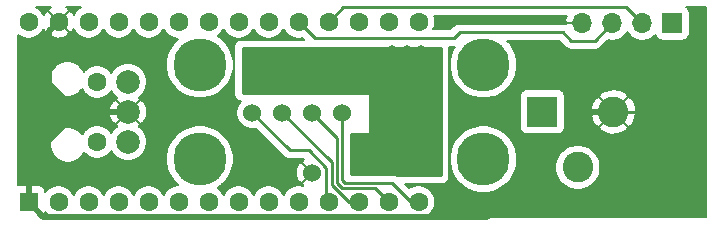
<source format=gbl>
G04 #@! TF.GenerationSoftware,KiCad,Pcbnew,(5.1.5-0-10_14)*
G04 #@! TF.CreationDate,2020-02-22T10:41:04+08:00*
G04 #@! TF.ProjectId,audio-board,61756469-6f2d-4626-9f61-72642e6b6963,rev?*
G04 #@! TF.SameCoordinates,Original*
G04 #@! TF.FileFunction,Copper,L2,Bot*
G04 #@! TF.FilePolarity,Positive*
%FSLAX46Y46*%
G04 Gerber Fmt 4.6, Leading zero omitted, Abs format (unit mm)*
G04 Created by KiCad (PCBNEW (5.1.5-0-10_14)) date 2020-02-22 10:41:04*
%MOMM*%
%LPD*%
G04 APERTURE LIST*
%ADD10C,2.000000*%
%ADD11C,1.600000*%
%ADD12C,1.524000*%
%ADD13R,1.600000X1.600000*%
%ADD14C,4.500000*%
%ADD15R,2.600000X2.600000*%
%ADD16C,2.600000*%
%ADD17R,1.700000X1.700000*%
%ADD18O,1.700000X1.700000*%
%ADD19C,0.800000*%
%ADD20C,0.500000*%
%ADD21C,0.250000*%
%ADD22C,0.200000*%
%ADD23C,0.254000*%
G04 APERTURE END LIST*
D10*
X122585000Y-96465000D03*
X122585000Y-99005000D03*
X122585000Y-101545000D03*
D11*
X119985000Y-96465000D03*
X119985000Y-101545000D03*
D12*
X140715000Y-99085000D03*
X138175000Y-99085000D03*
X135635000Y-99085000D03*
X133095000Y-99085000D03*
X138175000Y-104165000D03*
D11*
X147185000Y-91385000D03*
X147185000Y-106625000D03*
X144645000Y-91385000D03*
X142105000Y-91385000D03*
X139565000Y-91385000D03*
X137025000Y-91385000D03*
X134485000Y-91385000D03*
X131945000Y-91385000D03*
X129405000Y-91385000D03*
X126865000Y-91385000D03*
X124325000Y-91385000D03*
X121785000Y-91385000D03*
X119245000Y-91385000D03*
X116705000Y-91385000D03*
X114165000Y-91385000D03*
X144645000Y-106625000D03*
X142105000Y-106625000D03*
X139565000Y-106625000D03*
X137025000Y-106625000D03*
X134485000Y-106625000D03*
X131945000Y-106625000D03*
X129405000Y-106625000D03*
X126865000Y-106625000D03*
X124325000Y-106625000D03*
X121785000Y-106625000D03*
X119245000Y-106625000D03*
X116705000Y-106625000D03*
D13*
X114165000Y-106625000D03*
D14*
X128675000Y-95005000D03*
X128675000Y-103005000D03*
X152675000Y-95005000D03*
X152675000Y-103005000D03*
D15*
X157675000Y-99005000D03*
D16*
X163675000Y-99005000D03*
X160675000Y-103705000D03*
D17*
X168675000Y-91505000D03*
D18*
X166135000Y-91505000D03*
X163595000Y-91505000D03*
X161055000Y-91505000D03*
D19*
X169175000Y-100255000D03*
X144925000Y-93755000D03*
X146175000Y-93755000D03*
X147425000Y-93755000D03*
X146175000Y-101505000D03*
X144925000Y-94755000D03*
X146175000Y-94755000D03*
X146175000Y-100255000D03*
X147425000Y-94755000D03*
X146175000Y-95755000D03*
X146175000Y-97005000D03*
X146175000Y-98255000D03*
X147425000Y-98255000D03*
X147425000Y-97005000D03*
X147425000Y-95755000D03*
X144925000Y-95755000D03*
X144925000Y-97005000D03*
X144925000Y-98255000D03*
X146175000Y-99255000D03*
D20*
X115905001Y-96643003D02*
X115905001Y-92184999D01*
X118266998Y-99005000D02*
X115905001Y-96643003D01*
X115905001Y-92184999D02*
X116705000Y-91385000D01*
X122585000Y-99005000D02*
X118266998Y-99005000D01*
X114165000Y-103106998D02*
X114165000Y-106625000D01*
X118266998Y-99005000D02*
X114165000Y-103106998D01*
X115415001Y-107875001D02*
X114165000Y-106625000D01*
X152966522Y-107875001D02*
X115415001Y-107875001D01*
X161836523Y-99005000D02*
X152966522Y-107875001D01*
X163675000Y-99005000D02*
X161836523Y-99005000D01*
D21*
X167925000Y-99005000D02*
X169175000Y-100255000D01*
X163675000Y-99005000D02*
X167925000Y-99005000D01*
X164759999Y-90129999D02*
X166135000Y-91505000D01*
X140820001Y-90129999D02*
X164759999Y-90129999D01*
X139565000Y-91385000D02*
X140820001Y-90129999D01*
X162095000Y-93005000D02*
X163595000Y-91505000D01*
X160129998Y-93005000D02*
X162095000Y-93005000D01*
X137025000Y-91385000D02*
X138395000Y-92755000D01*
X150175000Y-92755000D02*
X150675000Y-92255000D01*
X159379998Y-92255000D02*
X160129998Y-93005000D01*
X150675000Y-92255000D02*
X159379998Y-92255000D01*
X138395000Y-92755000D02*
X150175000Y-92755000D01*
X146545000Y-106625000D02*
X147185000Y-106625000D01*
X144925000Y-105005000D02*
X146545000Y-106625000D01*
X140925000Y-105005000D02*
X144925000Y-105005000D01*
X140715000Y-104795000D02*
X140925000Y-105005000D01*
X140715000Y-99085000D02*
X140715000Y-104795000D01*
X140264989Y-101174989D02*
X140264989Y-104981400D01*
X143475011Y-105455011D02*
X143845001Y-105825001D01*
X143845001Y-105825001D02*
X144645000Y-106625000D01*
X138175000Y-99085000D02*
X140264989Y-101174989D01*
X140738600Y-105455011D02*
X143475011Y-105455011D01*
X140264989Y-104981400D02*
X140738600Y-105455011D01*
X139814978Y-105167800D02*
X141272178Y-106625000D01*
X141272178Y-106625000D02*
X142105000Y-106625000D01*
X135635000Y-99085000D02*
X139814978Y-103264978D01*
X139814978Y-103264978D02*
X139814978Y-105167800D01*
X139364967Y-103746205D02*
X139364967Y-106424967D01*
X133095000Y-99085000D02*
X136265000Y-102255000D01*
X136265000Y-102255000D02*
X137873762Y-102255000D01*
X139364967Y-106424967D02*
X139565000Y-106625000D01*
X137873762Y-102255000D02*
X139364967Y-103746205D01*
D22*
G36*
X171542001Y-107872000D02*
G01*
X147853066Y-107872000D01*
X148082548Y-107718665D01*
X148278665Y-107522548D01*
X148432754Y-107291938D01*
X148538892Y-107035699D01*
X148593000Y-106763676D01*
X148593000Y-106486324D01*
X148538892Y-106214301D01*
X148432754Y-105958062D01*
X148278665Y-105727452D01*
X148082548Y-105531335D01*
X147851938Y-105377246D01*
X147595699Y-105271108D01*
X147323676Y-105217000D01*
X147046324Y-105217000D01*
X146774301Y-105271108D01*
X146518062Y-105377246D01*
X146407643Y-105451025D01*
X146069618Y-105113000D01*
X149175000Y-105113000D01*
X149293615Y-105101317D01*
X149407672Y-105066719D01*
X149512787Y-105010534D01*
X149604921Y-104934921D01*
X149680534Y-104842787D01*
X149736719Y-104737672D01*
X149771317Y-104623615D01*
X149783000Y-104505000D01*
X149783000Y-102723512D01*
X149817000Y-102723512D01*
X149817000Y-103286488D01*
X149926831Y-103838648D01*
X150142273Y-104358771D01*
X150455046Y-104826869D01*
X150853131Y-105224954D01*
X151321229Y-105537727D01*
X151841352Y-105753169D01*
X152393512Y-105863000D01*
X152956488Y-105863000D01*
X153508648Y-105753169D01*
X154028771Y-105537727D01*
X154496869Y-105224954D01*
X154894954Y-104826869D01*
X155207727Y-104358771D01*
X155423169Y-103838648D01*
X155487132Y-103517078D01*
X158767000Y-103517078D01*
X158767000Y-103892922D01*
X158840323Y-104261543D01*
X158984152Y-104608777D01*
X159192960Y-104921279D01*
X159458721Y-105187040D01*
X159771223Y-105395848D01*
X160118457Y-105539677D01*
X160487078Y-105613000D01*
X160862922Y-105613000D01*
X161231543Y-105539677D01*
X161578777Y-105395848D01*
X161891279Y-105187040D01*
X162157040Y-104921279D01*
X162365848Y-104608777D01*
X162509677Y-104261543D01*
X162583000Y-103892922D01*
X162583000Y-103517078D01*
X162509677Y-103148457D01*
X162365848Y-102801223D01*
X162157040Y-102488721D01*
X161891279Y-102222960D01*
X161578777Y-102014152D01*
X161231543Y-101870323D01*
X160862922Y-101797000D01*
X160487078Y-101797000D01*
X160118457Y-101870323D01*
X159771223Y-102014152D01*
X159458721Y-102222960D01*
X159192960Y-102488721D01*
X158984152Y-102801223D01*
X158840323Y-103148457D01*
X158767000Y-103517078D01*
X155487132Y-103517078D01*
X155533000Y-103286488D01*
X155533000Y-102723512D01*
X155423169Y-102171352D01*
X155207727Y-101651229D01*
X154894954Y-101183131D01*
X154496869Y-100785046D01*
X154028771Y-100472273D01*
X153508648Y-100256831D01*
X152956488Y-100147000D01*
X152393512Y-100147000D01*
X151841352Y-100256831D01*
X151321229Y-100472273D01*
X150853131Y-100785046D01*
X150455046Y-101183131D01*
X150142273Y-101651229D01*
X149926831Y-102171352D01*
X149817000Y-102723512D01*
X149783000Y-102723512D01*
X149783000Y-93505000D01*
X149781326Y-93488000D01*
X150138998Y-93488000D01*
X150175000Y-93491546D01*
X150254181Y-93483747D01*
X150142273Y-93651229D01*
X149926831Y-94171352D01*
X149817000Y-94723512D01*
X149817000Y-95286488D01*
X149926831Y-95838648D01*
X150142273Y-96358771D01*
X150455046Y-96826869D01*
X150853131Y-97224954D01*
X151321229Y-97537727D01*
X151841352Y-97753169D01*
X152393512Y-97863000D01*
X152956488Y-97863000D01*
X153508648Y-97753169D01*
X153624938Y-97705000D01*
X155764059Y-97705000D01*
X155764059Y-100305000D01*
X155775798Y-100424189D01*
X155810564Y-100538797D01*
X155867021Y-100644421D01*
X155942999Y-100737001D01*
X156035579Y-100812979D01*
X156141203Y-100869436D01*
X156255811Y-100904202D01*
X156375000Y-100915941D01*
X158975000Y-100915941D01*
X159094189Y-100904202D01*
X159208797Y-100869436D01*
X159314421Y-100812979D01*
X159407001Y-100737001D01*
X159482979Y-100644421D01*
X159539436Y-100538797D01*
X159574202Y-100424189D01*
X159585941Y-100305000D01*
X159585941Y-100253561D01*
X162427146Y-100253561D01*
X162548484Y-100556367D01*
X162872787Y-100746330D01*
X163227918Y-100869375D01*
X163600229Y-100920773D01*
X163975414Y-100898549D01*
X164339055Y-100803557D01*
X164677176Y-100639447D01*
X164801516Y-100556367D01*
X164922854Y-100253561D01*
X163675000Y-99005707D01*
X162427146Y-100253561D01*
X159585941Y-100253561D01*
X159585941Y-98930229D01*
X161759227Y-98930229D01*
X161781451Y-99305414D01*
X161876443Y-99669055D01*
X162040553Y-100007176D01*
X162123633Y-100131516D01*
X162426439Y-100252854D01*
X163674293Y-99005000D01*
X163675707Y-99005000D01*
X164923561Y-100252854D01*
X165226367Y-100131516D01*
X165416330Y-99807213D01*
X165539375Y-99452082D01*
X165590773Y-99079771D01*
X165568549Y-98704586D01*
X165473557Y-98340945D01*
X165309447Y-98002824D01*
X165226367Y-97878484D01*
X164923561Y-97757146D01*
X163675707Y-99005000D01*
X163674293Y-99005000D01*
X162426439Y-97757146D01*
X162123633Y-97878484D01*
X161933670Y-98202787D01*
X161810625Y-98557918D01*
X161759227Y-98930229D01*
X159585941Y-98930229D01*
X159585941Y-97756439D01*
X162427146Y-97756439D01*
X163675000Y-99004293D01*
X164922854Y-97756439D01*
X164801516Y-97453633D01*
X164477213Y-97263670D01*
X164122082Y-97140625D01*
X163749771Y-97089227D01*
X163374586Y-97111451D01*
X163010945Y-97206443D01*
X162672824Y-97370553D01*
X162548484Y-97453633D01*
X162427146Y-97756439D01*
X159585941Y-97756439D01*
X159585941Y-97705000D01*
X159574202Y-97585811D01*
X159539436Y-97471203D01*
X159482979Y-97365579D01*
X159407001Y-97272999D01*
X159314421Y-97197021D01*
X159208797Y-97140564D01*
X159094189Y-97105798D01*
X158975000Y-97094059D01*
X156375000Y-97094059D01*
X156255811Y-97105798D01*
X156141203Y-97140564D01*
X156035579Y-97197021D01*
X155942999Y-97272999D01*
X155867021Y-97365579D01*
X155810564Y-97471203D01*
X155775798Y-97585811D01*
X155764059Y-97705000D01*
X153624938Y-97705000D01*
X154028771Y-97537727D01*
X154496869Y-97224954D01*
X154894954Y-96826869D01*
X155207727Y-96358771D01*
X155423169Y-95838648D01*
X155533000Y-95286488D01*
X155533000Y-94723512D01*
X155423169Y-94171352D01*
X155207727Y-93651229D01*
X154894954Y-93183131D01*
X154699823Y-92988000D01*
X159076380Y-92988000D01*
X159586229Y-93497850D01*
X159609181Y-93525817D01*
X159720795Y-93617416D01*
X159848134Y-93685480D01*
X159944391Y-93714679D01*
X159986304Y-93727393D01*
X160129997Y-93741546D01*
X160165999Y-93738000D01*
X162058998Y-93738000D01*
X162095000Y-93741546D01*
X162238693Y-93727393D01*
X162376864Y-93685480D01*
X162504203Y-93617416D01*
X162615817Y-93525817D01*
X162638773Y-93497845D01*
X163219705Y-92916913D01*
X163451399Y-92963000D01*
X163738601Y-92963000D01*
X164020283Y-92906970D01*
X164285622Y-92797063D01*
X164524421Y-92637503D01*
X164727503Y-92434421D01*
X164865000Y-92228642D01*
X165002497Y-92434421D01*
X165205579Y-92637503D01*
X165444378Y-92797063D01*
X165709717Y-92906970D01*
X165991399Y-92963000D01*
X166278601Y-92963000D01*
X166560283Y-92906970D01*
X166825622Y-92797063D01*
X167064421Y-92637503D01*
X167226249Y-92475675D01*
X167260564Y-92588797D01*
X167317021Y-92694421D01*
X167392999Y-92787001D01*
X167485579Y-92862979D01*
X167591203Y-92919436D01*
X167705811Y-92954202D01*
X167825000Y-92965941D01*
X169525000Y-92965941D01*
X169644189Y-92954202D01*
X169758797Y-92919436D01*
X169864421Y-92862979D01*
X169957001Y-92787001D01*
X170032979Y-92694421D01*
X170089436Y-92588797D01*
X170124202Y-92474189D01*
X170135941Y-92355000D01*
X170135941Y-90655000D01*
X170124202Y-90535811D01*
X170089436Y-90421203D01*
X170032979Y-90315579D01*
X169957001Y-90222999D01*
X169864421Y-90147021D01*
X169847544Y-90138000D01*
X171542000Y-90138000D01*
X171542001Y-107872000D01*
G37*
X171542001Y-107872000D02*
X147853066Y-107872000D01*
X148082548Y-107718665D01*
X148278665Y-107522548D01*
X148432754Y-107291938D01*
X148538892Y-107035699D01*
X148593000Y-106763676D01*
X148593000Y-106486324D01*
X148538892Y-106214301D01*
X148432754Y-105958062D01*
X148278665Y-105727452D01*
X148082548Y-105531335D01*
X147851938Y-105377246D01*
X147595699Y-105271108D01*
X147323676Y-105217000D01*
X147046324Y-105217000D01*
X146774301Y-105271108D01*
X146518062Y-105377246D01*
X146407643Y-105451025D01*
X146069618Y-105113000D01*
X149175000Y-105113000D01*
X149293615Y-105101317D01*
X149407672Y-105066719D01*
X149512787Y-105010534D01*
X149604921Y-104934921D01*
X149680534Y-104842787D01*
X149736719Y-104737672D01*
X149771317Y-104623615D01*
X149783000Y-104505000D01*
X149783000Y-102723512D01*
X149817000Y-102723512D01*
X149817000Y-103286488D01*
X149926831Y-103838648D01*
X150142273Y-104358771D01*
X150455046Y-104826869D01*
X150853131Y-105224954D01*
X151321229Y-105537727D01*
X151841352Y-105753169D01*
X152393512Y-105863000D01*
X152956488Y-105863000D01*
X153508648Y-105753169D01*
X154028771Y-105537727D01*
X154496869Y-105224954D01*
X154894954Y-104826869D01*
X155207727Y-104358771D01*
X155423169Y-103838648D01*
X155487132Y-103517078D01*
X158767000Y-103517078D01*
X158767000Y-103892922D01*
X158840323Y-104261543D01*
X158984152Y-104608777D01*
X159192960Y-104921279D01*
X159458721Y-105187040D01*
X159771223Y-105395848D01*
X160118457Y-105539677D01*
X160487078Y-105613000D01*
X160862922Y-105613000D01*
X161231543Y-105539677D01*
X161578777Y-105395848D01*
X161891279Y-105187040D01*
X162157040Y-104921279D01*
X162365848Y-104608777D01*
X162509677Y-104261543D01*
X162583000Y-103892922D01*
X162583000Y-103517078D01*
X162509677Y-103148457D01*
X162365848Y-102801223D01*
X162157040Y-102488721D01*
X161891279Y-102222960D01*
X161578777Y-102014152D01*
X161231543Y-101870323D01*
X160862922Y-101797000D01*
X160487078Y-101797000D01*
X160118457Y-101870323D01*
X159771223Y-102014152D01*
X159458721Y-102222960D01*
X159192960Y-102488721D01*
X158984152Y-102801223D01*
X158840323Y-103148457D01*
X158767000Y-103517078D01*
X155487132Y-103517078D01*
X155533000Y-103286488D01*
X155533000Y-102723512D01*
X155423169Y-102171352D01*
X155207727Y-101651229D01*
X154894954Y-101183131D01*
X154496869Y-100785046D01*
X154028771Y-100472273D01*
X153508648Y-100256831D01*
X152956488Y-100147000D01*
X152393512Y-100147000D01*
X151841352Y-100256831D01*
X151321229Y-100472273D01*
X150853131Y-100785046D01*
X150455046Y-101183131D01*
X150142273Y-101651229D01*
X149926831Y-102171352D01*
X149817000Y-102723512D01*
X149783000Y-102723512D01*
X149783000Y-93505000D01*
X149781326Y-93488000D01*
X150138998Y-93488000D01*
X150175000Y-93491546D01*
X150254181Y-93483747D01*
X150142273Y-93651229D01*
X149926831Y-94171352D01*
X149817000Y-94723512D01*
X149817000Y-95286488D01*
X149926831Y-95838648D01*
X150142273Y-96358771D01*
X150455046Y-96826869D01*
X150853131Y-97224954D01*
X151321229Y-97537727D01*
X151841352Y-97753169D01*
X152393512Y-97863000D01*
X152956488Y-97863000D01*
X153508648Y-97753169D01*
X153624938Y-97705000D01*
X155764059Y-97705000D01*
X155764059Y-100305000D01*
X155775798Y-100424189D01*
X155810564Y-100538797D01*
X155867021Y-100644421D01*
X155942999Y-100737001D01*
X156035579Y-100812979D01*
X156141203Y-100869436D01*
X156255811Y-100904202D01*
X156375000Y-100915941D01*
X158975000Y-100915941D01*
X159094189Y-100904202D01*
X159208797Y-100869436D01*
X159314421Y-100812979D01*
X159407001Y-100737001D01*
X159482979Y-100644421D01*
X159539436Y-100538797D01*
X159574202Y-100424189D01*
X159585941Y-100305000D01*
X159585941Y-100253561D01*
X162427146Y-100253561D01*
X162548484Y-100556367D01*
X162872787Y-100746330D01*
X163227918Y-100869375D01*
X163600229Y-100920773D01*
X163975414Y-100898549D01*
X164339055Y-100803557D01*
X164677176Y-100639447D01*
X164801516Y-100556367D01*
X164922854Y-100253561D01*
X163675000Y-99005707D01*
X162427146Y-100253561D01*
X159585941Y-100253561D01*
X159585941Y-98930229D01*
X161759227Y-98930229D01*
X161781451Y-99305414D01*
X161876443Y-99669055D01*
X162040553Y-100007176D01*
X162123633Y-100131516D01*
X162426439Y-100252854D01*
X163674293Y-99005000D01*
X163675707Y-99005000D01*
X164923561Y-100252854D01*
X165226367Y-100131516D01*
X165416330Y-99807213D01*
X165539375Y-99452082D01*
X165590773Y-99079771D01*
X165568549Y-98704586D01*
X165473557Y-98340945D01*
X165309447Y-98002824D01*
X165226367Y-97878484D01*
X164923561Y-97757146D01*
X163675707Y-99005000D01*
X163674293Y-99005000D01*
X162426439Y-97757146D01*
X162123633Y-97878484D01*
X161933670Y-98202787D01*
X161810625Y-98557918D01*
X161759227Y-98930229D01*
X159585941Y-98930229D01*
X159585941Y-97756439D01*
X162427146Y-97756439D01*
X163675000Y-99004293D01*
X164922854Y-97756439D01*
X164801516Y-97453633D01*
X164477213Y-97263670D01*
X164122082Y-97140625D01*
X163749771Y-97089227D01*
X163374586Y-97111451D01*
X163010945Y-97206443D01*
X162672824Y-97370553D01*
X162548484Y-97453633D01*
X162427146Y-97756439D01*
X159585941Y-97756439D01*
X159585941Y-97705000D01*
X159574202Y-97585811D01*
X159539436Y-97471203D01*
X159482979Y-97365579D01*
X159407001Y-97272999D01*
X159314421Y-97197021D01*
X159208797Y-97140564D01*
X159094189Y-97105798D01*
X158975000Y-97094059D01*
X156375000Y-97094059D01*
X156255811Y-97105798D01*
X156141203Y-97140564D01*
X156035579Y-97197021D01*
X155942999Y-97272999D01*
X155867021Y-97365579D01*
X155810564Y-97471203D01*
X155775798Y-97585811D01*
X155764059Y-97705000D01*
X153624938Y-97705000D01*
X154028771Y-97537727D01*
X154496869Y-97224954D01*
X154894954Y-96826869D01*
X155207727Y-96358771D01*
X155423169Y-95838648D01*
X155533000Y-95286488D01*
X155533000Y-94723512D01*
X155423169Y-94171352D01*
X155207727Y-93651229D01*
X154894954Y-93183131D01*
X154699823Y-92988000D01*
X159076380Y-92988000D01*
X159586229Y-93497850D01*
X159609181Y-93525817D01*
X159720795Y-93617416D01*
X159848134Y-93685480D01*
X159944391Y-93714679D01*
X159986304Y-93727393D01*
X160129997Y-93741546D01*
X160165999Y-93738000D01*
X162058998Y-93738000D01*
X162095000Y-93741546D01*
X162238693Y-93727393D01*
X162376864Y-93685480D01*
X162504203Y-93617416D01*
X162615817Y-93525817D01*
X162638773Y-93497845D01*
X163219705Y-92916913D01*
X163451399Y-92963000D01*
X163738601Y-92963000D01*
X164020283Y-92906970D01*
X164285622Y-92797063D01*
X164524421Y-92637503D01*
X164727503Y-92434421D01*
X164865000Y-92228642D01*
X165002497Y-92434421D01*
X165205579Y-92637503D01*
X165444378Y-92797063D01*
X165709717Y-92906970D01*
X165991399Y-92963000D01*
X166278601Y-92963000D01*
X166560283Y-92906970D01*
X166825622Y-92797063D01*
X167064421Y-92637503D01*
X167226249Y-92475675D01*
X167260564Y-92588797D01*
X167317021Y-92694421D01*
X167392999Y-92787001D01*
X167485579Y-92862979D01*
X167591203Y-92919436D01*
X167705811Y-92954202D01*
X167825000Y-92965941D01*
X169525000Y-92965941D01*
X169644189Y-92954202D01*
X169758797Y-92919436D01*
X169864421Y-92862979D01*
X169957001Y-92787001D01*
X170032979Y-92694421D01*
X170089436Y-92588797D01*
X170124202Y-92474189D01*
X170135941Y-92355000D01*
X170135941Y-90655000D01*
X170124202Y-90535811D01*
X170089436Y-90421203D01*
X170032979Y-90315579D01*
X169957001Y-90222999D01*
X169864421Y-90147021D01*
X169847544Y-90138000D01*
X171542000Y-90138000D01*
X171542001Y-107872000D01*
G36*
X115611335Y-107522548D02*
G01*
X115807452Y-107718665D01*
X116036934Y-107872000D01*
X115378725Y-107872000D01*
X115397001Y-107857001D01*
X115472980Y-107764421D01*
X115529437Y-107658797D01*
X115564203Y-107544189D01*
X115572115Y-107463852D01*
X115611335Y-107522548D01*
G37*
X115611335Y-107522548D02*
X115807452Y-107718665D01*
X116036934Y-107872000D01*
X115378725Y-107872000D01*
X115397001Y-107857001D01*
X115472980Y-107764421D01*
X115529437Y-107658797D01*
X115564203Y-107544189D01*
X115572115Y-107463852D01*
X115611335Y-107522548D01*
G36*
X115965337Y-90178935D02*
G01*
X115873798Y-90240099D01*
X115812410Y-90491703D01*
X116705000Y-91384293D01*
X117597590Y-90491703D01*
X117536202Y-90240099D01*
X117361864Y-90138000D01*
X118576934Y-90138000D01*
X118347452Y-90291335D01*
X118151335Y-90487452D01*
X117997246Y-90718062D01*
X117973823Y-90774609D01*
X117911065Y-90645337D01*
X117849901Y-90553798D01*
X117598297Y-90492410D01*
X116705707Y-91385000D01*
X117598297Y-92277590D01*
X117849901Y-92216202D01*
X117976057Y-92000784D01*
X117997246Y-92051938D01*
X118151335Y-92282548D01*
X118347452Y-92478665D01*
X118578062Y-92632754D01*
X118834301Y-92738892D01*
X119106324Y-92793000D01*
X119383676Y-92793000D01*
X119655699Y-92738892D01*
X119911938Y-92632754D01*
X120142548Y-92478665D01*
X120338665Y-92282548D01*
X120492754Y-92051938D01*
X120515000Y-91998232D01*
X120537246Y-92051938D01*
X120691335Y-92282548D01*
X120887452Y-92478665D01*
X121118062Y-92632754D01*
X121374301Y-92738892D01*
X121646324Y-92793000D01*
X121923676Y-92793000D01*
X122195699Y-92738892D01*
X122451938Y-92632754D01*
X122682548Y-92478665D01*
X122878665Y-92282548D01*
X123032754Y-92051938D01*
X123055000Y-91998232D01*
X123077246Y-92051938D01*
X123231335Y-92282548D01*
X123427452Y-92478665D01*
X123658062Y-92632754D01*
X123914301Y-92738892D01*
X124186324Y-92793000D01*
X124463676Y-92793000D01*
X124735699Y-92738892D01*
X124991938Y-92632754D01*
X125222548Y-92478665D01*
X125418665Y-92282548D01*
X125572754Y-92051938D01*
X125595000Y-91998232D01*
X125617246Y-92051938D01*
X125771335Y-92282548D01*
X125967452Y-92478665D01*
X126198062Y-92632754D01*
X126454301Y-92738892D01*
X126726324Y-92793000D01*
X126845177Y-92793000D01*
X126455046Y-93183131D01*
X126142273Y-93651229D01*
X125926831Y-94171352D01*
X125817000Y-94723512D01*
X125817000Y-95286488D01*
X125926831Y-95838648D01*
X126142273Y-96358771D01*
X126455046Y-96826869D01*
X126853131Y-97224954D01*
X127321229Y-97537727D01*
X127841352Y-97753169D01*
X128393512Y-97863000D01*
X128956488Y-97863000D01*
X129508648Y-97753169D01*
X130028771Y-97537727D01*
X130496869Y-97224954D01*
X130894954Y-96826869D01*
X131207727Y-96358771D01*
X131423169Y-95838648D01*
X131533000Y-95286488D01*
X131533000Y-94723512D01*
X131423169Y-94171352D01*
X131207727Y-93651229D01*
X130894954Y-93183131D01*
X130496869Y-92785046D01*
X130170443Y-92566935D01*
X130302548Y-92478665D01*
X130498665Y-92282548D01*
X130652754Y-92051938D01*
X130675000Y-91998232D01*
X130697246Y-92051938D01*
X130851335Y-92282548D01*
X131047452Y-92478665D01*
X131278062Y-92632754D01*
X131534301Y-92738892D01*
X131806324Y-92793000D01*
X132083676Y-92793000D01*
X132355699Y-92738892D01*
X132611938Y-92632754D01*
X132842548Y-92478665D01*
X133038665Y-92282548D01*
X133192754Y-92051938D01*
X133215000Y-91998232D01*
X133237246Y-92051938D01*
X133391335Y-92282548D01*
X133587452Y-92478665D01*
X133818062Y-92632754D01*
X134074301Y-92738892D01*
X134346324Y-92793000D01*
X134623676Y-92793000D01*
X134895699Y-92738892D01*
X135151938Y-92632754D01*
X135382548Y-92478665D01*
X135578665Y-92282548D01*
X135732754Y-92051938D01*
X135755000Y-91998232D01*
X135777246Y-92051938D01*
X135931335Y-92282548D01*
X136127452Y-92478665D01*
X136358062Y-92632754D01*
X136614301Y-92738892D01*
X136886324Y-92793000D01*
X137163676Y-92793000D01*
X137357774Y-92754392D01*
X137500382Y-92897000D01*
X132175000Y-92897000D01*
X132056385Y-92908683D01*
X131942328Y-92943281D01*
X131837213Y-92999466D01*
X131745079Y-93075079D01*
X131669466Y-93167213D01*
X131613281Y-93272328D01*
X131578683Y-93386385D01*
X131567000Y-93505000D01*
X131567000Y-97505000D01*
X131578683Y-97623615D01*
X131613281Y-97737672D01*
X131669466Y-97842787D01*
X131745079Y-97934921D01*
X131837213Y-98010534D01*
X131942328Y-98066719D01*
X132056385Y-98101317D01*
X132133604Y-98108923D01*
X132030851Y-98211676D01*
X131880922Y-98436062D01*
X131777648Y-98685386D01*
X131725000Y-98950067D01*
X131725000Y-99219933D01*
X131777648Y-99484614D01*
X131880922Y-99733938D01*
X132030851Y-99958324D01*
X132221676Y-100149149D01*
X132446062Y-100299078D01*
X132695386Y-100402352D01*
X132960067Y-100455000D01*
X133229933Y-100455000D01*
X133395457Y-100422075D01*
X135721232Y-102747851D01*
X135744183Y-102775817D01*
X135855797Y-102867416D01*
X135983136Y-102935480D01*
X136079393Y-102964679D01*
X136121306Y-102977393D01*
X136265000Y-102991546D01*
X136301002Y-102988000D01*
X137462482Y-102988000D01*
X137455287Y-102991493D01*
X137366242Y-103050990D01*
X137309410Y-103298703D01*
X138175000Y-104164293D01*
X138189143Y-104150151D01*
X138189850Y-104150858D01*
X138175707Y-104165000D01*
X138189850Y-104179143D01*
X138189143Y-104179850D01*
X138175000Y-104165707D01*
X137309410Y-105031297D01*
X137361021Y-105256254D01*
X137163676Y-105217000D01*
X136886324Y-105217000D01*
X136614301Y-105271108D01*
X136358062Y-105377246D01*
X136127452Y-105531335D01*
X135931335Y-105727452D01*
X135777246Y-105958062D01*
X135755000Y-106011768D01*
X135732754Y-105958062D01*
X135578665Y-105727452D01*
X135382548Y-105531335D01*
X135151938Y-105377246D01*
X134895699Y-105271108D01*
X134623676Y-105217000D01*
X134346324Y-105217000D01*
X134074301Y-105271108D01*
X133818062Y-105377246D01*
X133587452Y-105531335D01*
X133391335Y-105727452D01*
X133237246Y-105958062D01*
X133215000Y-106011768D01*
X133192754Y-105958062D01*
X133038665Y-105727452D01*
X132842548Y-105531335D01*
X132611938Y-105377246D01*
X132355699Y-105271108D01*
X132083676Y-105217000D01*
X131806324Y-105217000D01*
X131534301Y-105271108D01*
X131278062Y-105377246D01*
X131047452Y-105531335D01*
X130851335Y-105727452D01*
X130697246Y-105958062D01*
X130675000Y-106011768D01*
X130652754Y-105958062D01*
X130498665Y-105727452D01*
X130302548Y-105531335D01*
X130170443Y-105443065D01*
X130496869Y-105224954D01*
X130894954Y-104826869D01*
X131207727Y-104358771D01*
X131310169Y-104111454D01*
X136799413Y-104111454D01*
X136815398Y-104380846D01*
X136883633Y-104641944D01*
X137001493Y-104884713D01*
X137060990Y-104973758D01*
X137308703Y-105030590D01*
X138174293Y-104165000D01*
X137308703Y-103299410D01*
X137060990Y-103356242D01*
X136924615Y-103589115D01*
X136836291Y-103844118D01*
X136799413Y-104111454D01*
X131310169Y-104111454D01*
X131423169Y-103838648D01*
X131533000Y-103286488D01*
X131533000Y-102723512D01*
X131423169Y-102171352D01*
X131207727Y-101651229D01*
X130894954Y-101183131D01*
X130496869Y-100785046D01*
X130028771Y-100472273D01*
X129508648Y-100256831D01*
X128956488Y-100147000D01*
X128393512Y-100147000D01*
X127841352Y-100256831D01*
X127321229Y-100472273D01*
X126853131Y-100785046D01*
X126455046Y-101183131D01*
X126142273Y-101651229D01*
X125926831Y-102171352D01*
X125817000Y-102723512D01*
X125817000Y-103286488D01*
X125926831Y-103838648D01*
X126142273Y-104358771D01*
X126455046Y-104826869D01*
X126845177Y-105217000D01*
X126726324Y-105217000D01*
X126454301Y-105271108D01*
X126198062Y-105377246D01*
X125967452Y-105531335D01*
X125771335Y-105727452D01*
X125617246Y-105958062D01*
X125595000Y-106011768D01*
X125572754Y-105958062D01*
X125418665Y-105727452D01*
X125222548Y-105531335D01*
X124991938Y-105377246D01*
X124735699Y-105271108D01*
X124463676Y-105217000D01*
X124186324Y-105217000D01*
X123914301Y-105271108D01*
X123658062Y-105377246D01*
X123427452Y-105531335D01*
X123231335Y-105727452D01*
X123077246Y-105958062D01*
X123055000Y-106011768D01*
X123032754Y-105958062D01*
X122878665Y-105727452D01*
X122682548Y-105531335D01*
X122451938Y-105377246D01*
X122195699Y-105271108D01*
X121923676Y-105217000D01*
X121646324Y-105217000D01*
X121374301Y-105271108D01*
X121118062Y-105377246D01*
X120887452Y-105531335D01*
X120691335Y-105727452D01*
X120537246Y-105958062D01*
X120515000Y-106011768D01*
X120492754Y-105958062D01*
X120338665Y-105727452D01*
X120142548Y-105531335D01*
X119911938Y-105377246D01*
X119655699Y-105271108D01*
X119383676Y-105217000D01*
X119106324Y-105217000D01*
X118834301Y-105271108D01*
X118578062Y-105377246D01*
X118347452Y-105531335D01*
X118151335Y-105727452D01*
X117997246Y-105958062D01*
X117975000Y-106011768D01*
X117952754Y-105958062D01*
X117798665Y-105727452D01*
X117602548Y-105531335D01*
X117371938Y-105377246D01*
X117115699Y-105271108D01*
X116843676Y-105217000D01*
X116566324Y-105217000D01*
X116294301Y-105271108D01*
X116038062Y-105377246D01*
X115807452Y-105531335D01*
X115611335Y-105727452D01*
X115572115Y-105786148D01*
X115564203Y-105705811D01*
X115529437Y-105591203D01*
X115472980Y-105485579D01*
X115397001Y-105392999D01*
X115304421Y-105317020D01*
X115198797Y-105260563D01*
X115084189Y-105225797D01*
X114965000Y-105214058D01*
X114317500Y-105217000D01*
X114165500Y-105369000D01*
X114165500Y-106624500D01*
X114185500Y-106624500D01*
X114185500Y-106625500D01*
X114165500Y-106625500D01*
X114165500Y-106645500D01*
X114164500Y-106645500D01*
X114164500Y-106625500D01*
X114144500Y-106625500D01*
X114144500Y-106624500D01*
X114164500Y-106624500D01*
X114164500Y-105369000D01*
X114012500Y-105217000D01*
X113365000Y-105214058D01*
X113308000Y-105219672D01*
X113308000Y-101656475D01*
X115997000Y-101656475D01*
X115997000Y-101953525D01*
X116054951Y-102244868D01*
X116168627Y-102519306D01*
X116333660Y-102766294D01*
X116543706Y-102976340D01*
X116790694Y-103141373D01*
X117065132Y-103255049D01*
X117356475Y-103313000D01*
X117653525Y-103313000D01*
X117944868Y-103255049D01*
X118219306Y-103141373D01*
X118466294Y-102976340D01*
X118676340Y-102766294D01*
X118841373Y-102519306D01*
X118880120Y-102425763D01*
X118891335Y-102442548D01*
X119087452Y-102638665D01*
X119318062Y-102792754D01*
X119574301Y-102898892D01*
X119846324Y-102953000D01*
X120123676Y-102953000D01*
X120395699Y-102898892D01*
X120651938Y-102792754D01*
X120882548Y-102638665D01*
X121078665Y-102442548D01*
X121164731Y-102313741D01*
X121335985Y-102570040D01*
X121559960Y-102794015D01*
X121823327Y-102969991D01*
X122115964Y-103091205D01*
X122426626Y-103153000D01*
X122743374Y-103153000D01*
X123054036Y-103091205D01*
X123346673Y-102969991D01*
X123610040Y-102794015D01*
X123834015Y-102570040D01*
X124009991Y-102306673D01*
X124131205Y-102014036D01*
X124193000Y-101703374D01*
X124193000Y-101386626D01*
X124131205Y-101075964D01*
X124009991Y-100783327D01*
X123834015Y-100519960D01*
X123610040Y-100295985D01*
X123551729Y-100257023D01*
X123619695Y-100040402D01*
X122585000Y-99005707D01*
X121550305Y-100040402D01*
X121618271Y-100257023D01*
X121559960Y-100295985D01*
X121335985Y-100519960D01*
X121164731Y-100776259D01*
X121078665Y-100647452D01*
X120882548Y-100451335D01*
X120651938Y-100297246D01*
X120395699Y-100191108D01*
X120123676Y-100137000D01*
X119846324Y-100137000D01*
X119574301Y-100191108D01*
X119318062Y-100297246D01*
X119087452Y-100451335D01*
X118891335Y-100647452D01*
X118737246Y-100878062D01*
X118722723Y-100913123D01*
X118676340Y-100843706D01*
X118466294Y-100633660D01*
X118219306Y-100468627D01*
X117944868Y-100354951D01*
X117653525Y-100297000D01*
X117356475Y-100297000D01*
X117065132Y-100354951D01*
X116790694Y-100468627D01*
X116543706Y-100633660D01*
X116333660Y-100843706D01*
X116168627Y-101090694D01*
X116054951Y-101365132D01*
X115997000Y-101656475D01*
X113308000Y-101656475D01*
X113308000Y-98942065D01*
X120970445Y-98942065D01*
X120989191Y-99258258D01*
X121069262Y-99564718D01*
X121207582Y-99849669D01*
X121277512Y-99954327D01*
X121549598Y-100039695D01*
X122584293Y-99005000D01*
X122585707Y-99005000D01*
X123620402Y-100039695D01*
X123892488Y-99954327D01*
X124052570Y-99681008D01*
X124156253Y-99381710D01*
X124199555Y-99067935D01*
X124180809Y-98751742D01*
X124100738Y-98445282D01*
X123962418Y-98160331D01*
X123892488Y-98055673D01*
X123620402Y-97970305D01*
X122585707Y-99005000D01*
X122584293Y-99005000D01*
X121549598Y-97970305D01*
X121277512Y-98055673D01*
X121117430Y-98328992D01*
X121013747Y-98628290D01*
X120970445Y-98942065D01*
X113308000Y-98942065D01*
X113308000Y-96056475D01*
X115957000Y-96056475D01*
X115957000Y-96353525D01*
X116014951Y-96644868D01*
X116128627Y-96919306D01*
X116293660Y-97166294D01*
X116503706Y-97376340D01*
X116750694Y-97541373D01*
X117025132Y-97655049D01*
X117316475Y-97713000D01*
X117613525Y-97713000D01*
X117904868Y-97655049D01*
X118179306Y-97541373D01*
X118426294Y-97376340D01*
X118636340Y-97166294D01*
X118707416Y-97059922D01*
X118737246Y-97131938D01*
X118891335Y-97362548D01*
X119087452Y-97558665D01*
X119318062Y-97712754D01*
X119574301Y-97818892D01*
X119846324Y-97873000D01*
X120123676Y-97873000D01*
X120395699Y-97818892D01*
X120651938Y-97712754D01*
X120882548Y-97558665D01*
X121078665Y-97362548D01*
X121164731Y-97233741D01*
X121335985Y-97490040D01*
X121559960Y-97714015D01*
X121618271Y-97752977D01*
X121550305Y-97969598D01*
X122585000Y-99004293D01*
X123619695Y-97969598D01*
X123551729Y-97752977D01*
X123610040Y-97714015D01*
X123834015Y-97490040D01*
X124009991Y-97226673D01*
X124131205Y-96934036D01*
X124193000Y-96623374D01*
X124193000Y-96306626D01*
X124131205Y-95995964D01*
X124009991Y-95703327D01*
X123834015Y-95439960D01*
X123610040Y-95215985D01*
X123346673Y-95040009D01*
X123054036Y-94918795D01*
X122743374Y-94857000D01*
X122426626Y-94857000D01*
X122115964Y-94918795D01*
X121823327Y-95040009D01*
X121559960Y-95215985D01*
X121335985Y-95439960D01*
X121164731Y-95696259D01*
X121078665Y-95567452D01*
X120882548Y-95371335D01*
X120651938Y-95217246D01*
X120395699Y-95111108D01*
X120123676Y-95057000D01*
X119846324Y-95057000D01*
X119574301Y-95111108D01*
X119318062Y-95217246D01*
X119087452Y-95371335D01*
X118891335Y-95567452D01*
X118855427Y-95621192D01*
X118801373Y-95490694D01*
X118636340Y-95243706D01*
X118426294Y-95033660D01*
X118179306Y-94868627D01*
X117904868Y-94754951D01*
X117613525Y-94697000D01*
X117316475Y-94697000D01*
X117025132Y-94754951D01*
X116750694Y-94868627D01*
X116503706Y-95033660D01*
X116293660Y-95243706D01*
X116128627Y-95490694D01*
X116014951Y-95765132D01*
X115957000Y-96056475D01*
X113308000Y-96056475D01*
X113308000Y-92505758D01*
X113498062Y-92632754D01*
X113754301Y-92738892D01*
X114026324Y-92793000D01*
X114303676Y-92793000D01*
X114575699Y-92738892D01*
X114831938Y-92632754D01*
X115062548Y-92478665D01*
X115258665Y-92282548D01*
X115261505Y-92278297D01*
X115812410Y-92278297D01*
X115873798Y-92529901D01*
X116113129Y-92670062D01*
X116375205Y-92760838D01*
X116649954Y-92798742D01*
X116926819Y-92782316D01*
X117195159Y-92712193D01*
X117444663Y-92591065D01*
X117536202Y-92529901D01*
X117597590Y-92278297D01*
X116705000Y-91385707D01*
X115812410Y-92278297D01*
X115261505Y-92278297D01*
X115412754Y-92051938D01*
X115436177Y-91995391D01*
X115498935Y-92124663D01*
X115560099Y-92216202D01*
X115811703Y-92277590D01*
X116704293Y-91385000D01*
X115811703Y-90492410D01*
X115560099Y-90553798D01*
X115433943Y-90769216D01*
X115412754Y-90718062D01*
X115258665Y-90487452D01*
X115062548Y-90291335D01*
X114833066Y-90138000D01*
X116049656Y-90138000D01*
X115965337Y-90178935D01*
G37*
X115965337Y-90178935D02*
X115873798Y-90240099D01*
X115812410Y-90491703D01*
X116705000Y-91384293D01*
X117597590Y-90491703D01*
X117536202Y-90240099D01*
X117361864Y-90138000D01*
X118576934Y-90138000D01*
X118347452Y-90291335D01*
X118151335Y-90487452D01*
X117997246Y-90718062D01*
X117973823Y-90774609D01*
X117911065Y-90645337D01*
X117849901Y-90553798D01*
X117598297Y-90492410D01*
X116705707Y-91385000D01*
X117598297Y-92277590D01*
X117849901Y-92216202D01*
X117976057Y-92000784D01*
X117997246Y-92051938D01*
X118151335Y-92282548D01*
X118347452Y-92478665D01*
X118578062Y-92632754D01*
X118834301Y-92738892D01*
X119106324Y-92793000D01*
X119383676Y-92793000D01*
X119655699Y-92738892D01*
X119911938Y-92632754D01*
X120142548Y-92478665D01*
X120338665Y-92282548D01*
X120492754Y-92051938D01*
X120515000Y-91998232D01*
X120537246Y-92051938D01*
X120691335Y-92282548D01*
X120887452Y-92478665D01*
X121118062Y-92632754D01*
X121374301Y-92738892D01*
X121646324Y-92793000D01*
X121923676Y-92793000D01*
X122195699Y-92738892D01*
X122451938Y-92632754D01*
X122682548Y-92478665D01*
X122878665Y-92282548D01*
X123032754Y-92051938D01*
X123055000Y-91998232D01*
X123077246Y-92051938D01*
X123231335Y-92282548D01*
X123427452Y-92478665D01*
X123658062Y-92632754D01*
X123914301Y-92738892D01*
X124186324Y-92793000D01*
X124463676Y-92793000D01*
X124735699Y-92738892D01*
X124991938Y-92632754D01*
X125222548Y-92478665D01*
X125418665Y-92282548D01*
X125572754Y-92051938D01*
X125595000Y-91998232D01*
X125617246Y-92051938D01*
X125771335Y-92282548D01*
X125967452Y-92478665D01*
X126198062Y-92632754D01*
X126454301Y-92738892D01*
X126726324Y-92793000D01*
X126845177Y-92793000D01*
X126455046Y-93183131D01*
X126142273Y-93651229D01*
X125926831Y-94171352D01*
X125817000Y-94723512D01*
X125817000Y-95286488D01*
X125926831Y-95838648D01*
X126142273Y-96358771D01*
X126455046Y-96826869D01*
X126853131Y-97224954D01*
X127321229Y-97537727D01*
X127841352Y-97753169D01*
X128393512Y-97863000D01*
X128956488Y-97863000D01*
X129508648Y-97753169D01*
X130028771Y-97537727D01*
X130496869Y-97224954D01*
X130894954Y-96826869D01*
X131207727Y-96358771D01*
X131423169Y-95838648D01*
X131533000Y-95286488D01*
X131533000Y-94723512D01*
X131423169Y-94171352D01*
X131207727Y-93651229D01*
X130894954Y-93183131D01*
X130496869Y-92785046D01*
X130170443Y-92566935D01*
X130302548Y-92478665D01*
X130498665Y-92282548D01*
X130652754Y-92051938D01*
X130675000Y-91998232D01*
X130697246Y-92051938D01*
X130851335Y-92282548D01*
X131047452Y-92478665D01*
X131278062Y-92632754D01*
X131534301Y-92738892D01*
X131806324Y-92793000D01*
X132083676Y-92793000D01*
X132355699Y-92738892D01*
X132611938Y-92632754D01*
X132842548Y-92478665D01*
X133038665Y-92282548D01*
X133192754Y-92051938D01*
X133215000Y-91998232D01*
X133237246Y-92051938D01*
X133391335Y-92282548D01*
X133587452Y-92478665D01*
X133818062Y-92632754D01*
X134074301Y-92738892D01*
X134346324Y-92793000D01*
X134623676Y-92793000D01*
X134895699Y-92738892D01*
X135151938Y-92632754D01*
X135382548Y-92478665D01*
X135578665Y-92282548D01*
X135732754Y-92051938D01*
X135755000Y-91998232D01*
X135777246Y-92051938D01*
X135931335Y-92282548D01*
X136127452Y-92478665D01*
X136358062Y-92632754D01*
X136614301Y-92738892D01*
X136886324Y-92793000D01*
X137163676Y-92793000D01*
X137357774Y-92754392D01*
X137500382Y-92897000D01*
X132175000Y-92897000D01*
X132056385Y-92908683D01*
X131942328Y-92943281D01*
X131837213Y-92999466D01*
X131745079Y-93075079D01*
X131669466Y-93167213D01*
X131613281Y-93272328D01*
X131578683Y-93386385D01*
X131567000Y-93505000D01*
X131567000Y-97505000D01*
X131578683Y-97623615D01*
X131613281Y-97737672D01*
X131669466Y-97842787D01*
X131745079Y-97934921D01*
X131837213Y-98010534D01*
X131942328Y-98066719D01*
X132056385Y-98101317D01*
X132133604Y-98108923D01*
X132030851Y-98211676D01*
X131880922Y-98436062D01*
X131777648Y-98685386D01*
X131725000Y-98950067D01*
X131725000Y-99219933D01*
X131777648Y-99484614D01*
X131880922Y-99733938D01*
X132030851Y-99958324D01*
X132221676Y-100149149D01*
X132446062Y-100299078D01*
X132695386Y-100402352D01*
X132960067Y-100455000D01*
X133229933Y-100455000D01*
X133395457Y-100422075D01*
X135721232Y-102747851D01*
X135744183Y-102775817D01*
X135855797Y-102867416D01*
X135983136Y-102935480D01*
X136079393Y-102964679D01*
X136121306Y-102977393D01*
X136265000Y-102991546D01*
X136301002Y-102988000D01*
X137462482Y-102988000D01*
X137455287Y-102991493D01*
X137366242Y-103050990D01*
X137309410Y-103298703D01*
X138175000Y-104164293D01*
X138189143Y-104150151D01*
X138189850Y-104150858D01*
X138175707Y-104165000D01*
X138189850Y-104179143D01*
X138189143Y-104179850D01*
X138175000Y-104165707D01*
X137309410Y-105031297D01*
X137361021Y-105256254D01*
X137163676Y-105217000D01*
X136886324Y-105217000D01*
X136614301Y-105271108D01*
X136358062Y-105377246D01*
X136127452Y-105531335D01*
X135931335Y-105727452D01*
X135777246Y-105958062D01*
X135755000Y-106011768D01*
X135732754Y-105958062D01*
X135578665Y-105727452D01*
X135382548Y-105531335D01*
X135151938Y-105377246D01*
X134895699Y-105271108D01*
X134623676Y-105217000D01*
X134346324Y-105217000D01*
X134074301Y-105271108D01*
X133818062Y-105377246D01*
X133587452Y-105531335D01*
X133391335Y-105727452D01*
X133237246Y-105958062D01*
X133215000Y-106011768D01*
X133192754Y-105958062D01*
X133038665Y-105727452D01*
X132842548Y-105531335D01*
X132611938Y-105377246D01*
X132355699Y-105271108D01*
X132083676Y-105217000D01*
X131806324Y-105217000D01*
X131534301Y-105271108D01*
X131278062Y-105377246D01*
X131047452Y-105531335D01*
X130851335Y-105727452D01*
X130697246Y-105958062D01*
X130675000Y-106011768D01*
X130652754Y-105958062D01*
X130498665Y-105727452D01*
X130302548Y-105531335D01*
X130170443Y-105443065D01*
X130496869Y-105224954D01*
X130894954Y-104826869D01*
X131207727Y-104358771D01*
X131310169Y-104111454D01*
X136799413Y-104111454D01*
X136815398Y-104380846D01*
X136883633Y-104641944D01*
X137001493Y-104884713D01*
X137060990Y-104973758D01*
X137308703Y-105030590D01*
X138174293Y-104165000D01*
X137308703Y-103299410D01*
X137060990Y-103356242D01*
X136924615Y-103589115D01*
X136836291Y-103844118D01*
X136799413Y-104111454D01*
X131310169Y-104111454D01*
X131423169Y-103838648D01*
X131533000Y-103286488D01*
X131533000Y-102723512D01*
X131423169Y-102171352D01*
X131207727Y-101651229D01*
X130894954Y-101183131D01*
X130496869Y-100785046D01*
X130028771Y-100472273D01*
X129508648Y-100256831D01*
X128956488Y-100147000D01*
X128393512Y-100147000D01*
X127841352Y-100256831D01*
X127321229Y-100472273D01*
X126853131Y-100785046D01*
X126455046Y-101183131D01*
X126142273Y-101651229D01*
X125926831Y-102171352D01*
X125817000Y-102723512D01*
X125817000Y-103286488D01*
X125926831Y-103838648D01*
X126142273Y-104358771D01*
X126455046Y-104826869D01*
X126845177Y-105217000D01*
X126726324Y-105217000D01*
X126454301Y-105271108D01*
X126198062Y-105377246D01*
X125967452Y-105531335D01*
X125771335Y-105727452D01*
X125617246Y-105958062D01*
X125595000Y-106011768D01*
X125572754Y-105958062D01*
X125418665Y-105727452D01*
X125222548Y-105531335D01*
X124991938Y-105377246D01*
X124735699Y-105271108D01*
X124463676Y-105217000D01*
X124186324Y-105217000D01*
X123914301Y-105271108D01*
X123658062Y-105377246D01*
X123427452Y-105531335D01*
X123231335Y-105727452D01*
X123077246Y-105958062D01*
X123055000Y-106011768D01*
X123032754Y-105958062D01*
X122878665Y-105727452D01*
X122682548Y-105531335D01*
X122451938Y-105377246D01*
X122195699Y-105271108D01*
X121923676Y-105217000D01*
X121646324Y-105217000D01*
X121374301Y-105271108D01*
X121118062Y-105377246D01*
X120887452Y-105531335D01*
X120691335Y-105727452D01*
X120537246Y-105958062D01*
X120515000Y-106011768D01*
X120492754Y-105958062D01*
X120338665Y-105727452D01*
X120142548Y-105531335D01*
X119911938Y-105377246D01*
X119655699Y-105271108D01*
X119383676Y-105217000D01*
X119106324Y-105217000D01*
X118834301Y-105271108D01*
X118578062Y-105377246D01*
X118347452Y-105531335D01*
X118151335Y-105727452D01*
X117997246Y-105958062D01*
X117975000Y-106011768D01*
X117952754Y-105958062D01*
X117798665Y-105727452D01*
X117602548Y-105531335D01*
X117371938Y-105377246D01*
X117115699Y-105271108D01*
X116843676Y-105217000D01*
X116566324Y-105217000D01*
X116294301Y-105271108D01*
X116038062Y-105377246D01*
X115807452Y-105531335D01*
X115611335Y-105727452D01*
X115572115Y-105786148D01*
X115564203Y-105705811D01*
X115529437Y-105591203D01*
X115472980Y-105485579D01*
X115397001Y-105392999D01*
X115304421Y-105317020D01*
X115198797Y-105260563D01*
X115084189Y-105225797D01*
X114965000Y-105214058D01*
X114317500Y-105217000D01*
X114165500Y-105369000D01*
X114165500Y-106624500D01*
X114185500Y-106624500D01*
X114185500Y-106625500D01*
X114165500Y-106625500D01*
X114165500Y-106645500D01*
X114164500Y-106645500D01*
X114164500Y-106625500D01*
X114144500Y-106625500D01*
X114144500Y-106624500D01*
X114164500Y-106624500D01*
X114164500Y-105369000D01*
X114012500Y-105217000D01*
X113365000Y-105214058D01*
X113308000Y-105219672D01*
X113308000Y-101656475D01*
X115997000Y-101656475D01*
X115997000Y-101953525D01*
X116054951Y-102244868D01*
X116168627Y-102519306D01*
X116333660Y-102766294D01*
X116543706Y-102976340D01*
X116790694Y-103141373D01*
X117065132Y-103255049D01*
X117356475Y-103313000D01*
X117653525Y-103313000D01*
X117944868Y-103255049D01*
X118219306Y-103141373D01*
X118466294Y-102976340D01*
X118676340Y-102766294D01*
X118841373Y-102519306D01*
X118880120Y-102425763D01*
X118891335Y-102442548D01*
X119087452Y-102638665D01*
X119318062Y-102792754D01*
X119574301Y-102898892D01*
X119846324Y-102953000D01*
X120123676Y-102953000D01*
X120395699Y-102898892D01*
X120651938Y-102792754D01*
X120882548Y-102638665D01*
X121078665Y-102442548D01*
X121164731Y-102313741D01*
X121335985Y-102570040D01*
X121559960Y-102794015D01*
X121823327Y-102969991D01*
X122115964Y-103091205D01*
X122426626Y-103153000D01*
X122743374Y-103153000D01*
X123054036Y-103091205D01*
X123346673Y-102969991D01*
X123610040Y-102794015D01*
X123834015Y-102570040D01*
X124009991Y-102306673D01*
X124131205Y-102014036D01*
X124193000Y-101703374D01*
X124193000Y-101386626D01*
X124131205Y-101075964D01*
X124009991Y-100783327D01*
X123834015Y-100519960D01*
X123610040Y-100295985D01*
X123551729Y-100257023D01*
X123619695Y-100040402D01*
X122585000Y-99005707D01*
X121550305Y-100040402D01*
X121618271Y-100257023D01*
X121559960Y-100295985D01*
X121335985Y-100519960D01*
X121164731Y-100776259D01*
X121078665Y-100647452D01*
X120882548Y-100451335D01*
X120651938Y-100297246D01*
X120395699Y-100191108D01*
X120123676Y-100137000D01*
X119846324Y-100137000D01*
X119574301Y-100191108D01*
X119318062Y-100297246D01*
X119087452Y-100451335D01*
X118891335Y-100647452D01*
X118737246Y-100878062D01*
X118722723Y-100913123D01*
X118676340Y-100843706D01*
X118466294Y-100633660D01*
X118219306Y-100468627D01*
X117944868Y-100354951D01*
X117653525Y-100297000D01*
X117356475Y-100297000D01*
X117065132Y-100354951D01*
X116790694Y-100468627D01*
X116543706Y-100633660D01*
X116333660Y-100843706D01*
X116168627Y-101090694D01*
X116054951Y-101365132D01*
X115997000Y-101656475D01*
X113308000Y-101656475D01*
X113308000Y-98942065D01*
X120970445Y-98942065D01*
X120989191Y-99258258D01*
X121069262Y-99564718D01*
X121207582Y-99849669D01*
X121277512Y-99954327D01*
X121549598Y-100039695D01*
X122584293Y-99005000D01*
X122585707Y-99005000D01*
X123620402Y-100039695D01*
X123892488Y-99954327D01*
X124052570Y-99681008D01*
X124156253Y-99381710D01*
X124199555Y-99067935D01*
X124180809Y-98751742D01*
X124100738Y-98445282D01*
X123962418Y-98160331D01*
X123892488Y-98055673D01*
X123620402Y-97970305D01*
X122585707Y-99005000D01*
X122584293Y-99005000D01*
X121549598Y-97970305D01*
X121277512Y-98055673D01*
X121117430Y-98328992D01*
X121013747Y-98628290D01*
X120970445Y-98942065D01*
X113308000Y-98942065D01*
X113308000Y-96056475D01*
X115957000Y-96056475D01*
X115957000Y-96353525D01*
X116014951Y-96644868D01*
X116128627Y-96919306D01*
X116293660Y-97166294D01*
X116503706Y-97376340D01*
X116750694Y-97541373D01*
X117025132Y-97655049D01*
X117316475Y-97713000D01*
X117613525Y-97713000D01*
X117904868Y-97655049D01*
X118179306Y-97541373D01*
X118426294Y-97376340D01*
X118636340Y-97166294D01*
X118707416Y-97059922D01*
X118737246Y-97131938D01*
X118891335Y-97362548D01*
X119087452Y-97558665D01*
X119318062Y-97712754D01*
X119574301Y-97818892D01*
X119846324Y-97873000D01*
X120123676Y-97873000D01*
X120395699Y-97818892D01*
X120651938Y-97712754D01*
X120882548Y-97558665D01*
X121078665Y-97362548D01*
X121164731Y-97233741D01*
X121335985Y-97490040D01*
X121559960Y-97714015D01*
X121618271Y-97752977D01*
X121550305Y-97969598D01*
X122585000Y-99004293D01*
X123619695Y-97969598D01*
X123551729Y-97752977D01*
X123610040Y-97714015D01*
X123834015Y-97490040D01*
X124009991Y-97226673D01*
X124131205Y-96934036D01*
X124193000Y-96623374D01*
X124193000Y-96306626D01*
X124131205Y-95995964D01*
X124009991Y-95703327D01*
X123834015Y-95439960D01*
X123610040Y-95215985D01*
X123346673Y-95040009D01*
X123054036Y-94918795D01*
X122743374Y-94857000D01*
X122426626Y-94857000D01*
X122115964Y-94918795D01*
X121823327Y-95040009D01*
X121559960Y-95215985D01*
X121335985Y-95439960D01*
X121164731Y-95696259D01*
X121078665Y-95567452D01*
X120882548Y-95371335D01*
X120651938Y-95217246D01*
X120395699Y-95111108D01*
X120123676Y-95057000D01*
X119846324Y-95057000D01*
X119574301Y-95111108D01*
X119318062Y-95217246D01*
X119087452Y-95371335D01*
X118891335Y-95567452D01*
X118855427Y-95621192D01*
X118801373Y-95490694D01*
X118636340Y-95243706D01*
X118426294Y-95033660D01*
X118179306Y-94868627D01*
X117904868Y-94754951D01*
X117613525Y-94697000D01*
X117316475Y-94697000D01*
X117025132Y-94754951D01*
X116750694Y-94868627D01*
X116503706Y-95033660D01*
X116293660Y-95243706D01*
X116128627Y-95490694D01*
X116014951Y-95765132D01*
X115957000Y-96056475D01*
X113308000Y-96056475D01*
X113308000Y-92505758D01*
X113498062Y-92632754D01*
X113754301Y-92738892D01*
X114026324Y-92793000D01*
X114303676Y-92793000D01*
X114575699Y-92738892D01*
X114831938Y-92632754D01*
X115062548Y-92478665D01*
X115258665Y-92282548D01*
X115261505Y-92278297D01*
X115812410Y-92278297D01*
X115873798Y-92529901D01*
X116113129Y-92670062D01*
X116375205Y-92760838D01*
X116649954Y-92798742D01*
X116926819Y-92782316D01*
X117195159Y-92712193D01*
X117444663Y-92591065D01*
X117536202Y-92529901D01*
X117597590Y-92278297D01*
X116705000Y-91385707D01*
X115812410Y-92278297D01*
X115261505Y-92278297D01*
X115412754Y-92051938D01*
X115436177Y-91995391D01*
X115498935Y-92124663D01*
X115560099Y-92216202D01*
X115811703Y-92277590D01*
X116704293Y-91385000D01*
X115811703Y-90492410D01*
X115560099Y-90553798D01*
X115433943Y-90769216D01*
X115412754Y-90718062D01*
X115258665Y-90487452D01*
X115062548Y-90291335D01*
X114833066Y-90138000D01*
X116049656Y-90138000D01*
X115965337Y-90178935D01*
G36*
X159687290Y-90999893D02*
G01*
X159615029Y-91276425D01*
X159749000Y-91504500D01*
X161054500Y-91504500D01*
X161054500Y-91484500D01*
X161055500Y-91484500D01*
X161055500Y-91504500D01*
X161075500Y-91504500D01*
X161075500Y-91505500D01*
X161055500Y-91505500D01*
X161055500Y-91525500D01*
X161054500Y-91525500D01*
X161054500Y-91505500D01*
X159749000Y-91505500D01*
X159697324Y-91593475D01*
X159661862Y-91574520D01*
X159523691Y-91532607D01*
X159416000Y-91522000D01*
X159379998Y-91518454D01*
X159343996Y-91522000D01*
X150711002Y-91522000D01*
X150675000Y-91518454D01*
X150531306Y-91532607D01*
X150393136Y-91574520D01*
X150265797Y-91642584D01*
X150154183Y-91734183D01*
X150131227Y-91762155D01*
X149871382Y-92022000D01*
X148445155Y-92022000D01*
X148538892Y-91795699D01*
X148593000Y-91523676D01*
X148593000Y-91246324D01*
X148538892Y-90974301D01*
X148492789Y-90862999D01*
X159753747Y-90862999D01*
X159687290Y-90999893D01*
G37*
X159687290Y-90999893D02*
X159615029Y-91276425D01*
X159749000Y-91504500D01*
X161054500Y-91504500D01*
X161054500Y-91484500D01*
X161055500Y-91484500D01*
X161055500Y-91504500D01*
X161075500Y-91504500D01*
X161075500Y-91505500D01*
X161055500Y-91505500D01*
X161055500Y-91525500D01*
X161054500Y-91525500D01*
X161054500Y-91505500D01*
X159749000Y-91505500D01*
X159697324Y-91593475D01*
X159661862Y-91574520D01*
X159523691Y-91532607D01*
X159416000Y-91522000D01*
X159379998Y-91518454D01*
X159343996Y-91522000D01*
X150711002Y-91522000D01*
X150675000Y-91518454D01*
X150531306Y-91532607D01*
X150393136Y-91574520D01*
X150265797Y-91642584D01*
X150154183Y-91734183D01*
X150131227Y-91762155D01*
X149871382Y-92022000D01*
X148445155Y-92022000D01*
X148538892Y-91795699D01*
X148593000Y-91523676D01*
X148593000Y-91246324D01*
X148538892Y-90974301D01*
X148492789Y-90862999D01*
X159753747Y-90862999D01*
X159687290Y-90999893D01*
D23*
G36*
X149048000Y-104378000D02*
G01*
X145358992Y-104378000D01*
X145349276Y-104370026D01*
X145217247Y-104299454D01*
X145073986Y-104255997D01*
X144962333Y-104245000D01*
X144962322Y-104245000D01*
X144925000Y-104241324D01*
X144887678Y-104245000D01*
X141475000Y-104245000D01*
X141475000Y-100882000D01*
X142925000Y-100882000D01*
X142949776Y-100879560D01*
X142973601Y-100872333D01*
X142995557Y-100860597D01*
X143014803Y-100844803D01*
X143030597Y-100825557D01*
X143042333Y-100803601D01*
X143049560Y-100779776D01*
X143052000Y-100755000D01*
X143052000Y-97505000D01*
X143049560Y-97480224D01*
X143042333Y-97456399D01*
X143030597Y-97434443D01*
X143014803Y-97415197D01*
X142995557Y-97399403D01*
X142973601Y-97387667D01*
X142949776Y-97380440D01*
X142925000Y-97378000D01*
X132302000Y-97378000D01*
X132302000Y-93632000D01*
X149048000Y-93632000D01*
X149048000Y-104378000D01*
G37*
X149048000Y-104378000D02*
X145358992Y-104378000D01*
X145349276Y-104370026D01*
X145217247Y-104299454D01*
X145073986Y-104255997D01*
X144962333Y-104245000D01*
X144962322Y-104245000D01*
X144925000Y-104241324D01*
X144887678Y-104245000D01*
X141475000Y-104245000D01*
X141475000Y-100882000D01*
X142925000Y-100882000D01*
X142949776Y-100879560D01*
X142973601Y-100872333D01*
X142995557Y-100860597D01*
X143014803Y-100844803D01*
X143030597Y-100825557D01*
X143042333Y-100803601D01*
X143049560Y-100779776D01*
X143052000Y-100755000D01*
X143052000Y-97505000D01*
X143049560Y-97480224D01*
X143042333Y-97456399D01*
X143030597Y-97434443D01*
X143014803Y-97415197D01*
X142995557Y-97399403D01*
X142973601Y-97387667D01*
X142949776Y-97380440D01*
X142925000Y-97378000D01*
X132302000Y-97378000D01*
X132302000Y-93632000D01*
X149048000Y-93632000D01*
X149048000Y-104378000D01*
M02*

</source>
